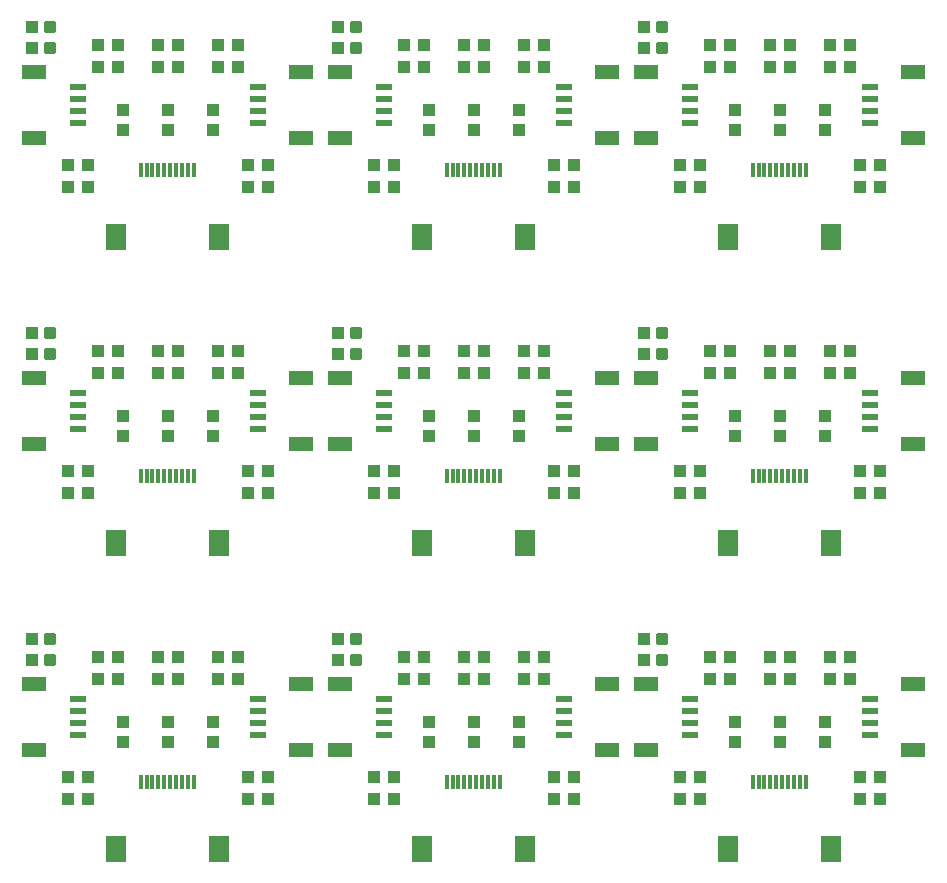
<source format=gtp>
G75*
%MOIN*%
%OFA0B0*%
%FSLAX25Y25*%
%IPPOS*%
%LPD*%
%AMOC8*
5,1,8,0,0,1.08239X$1,22.5*
%
%ADD10R,0.04331X0.03937*%
%ADD11R,0.03937X0.04331*%
%ADD12R,0.07874X0.04724*%
%ADD13R,0.05315X0.02362*%
%ADD14R,0.01181X0.05118*%
%ADD15R,0.07087X0.08661*%
%ADD16C,0.01181*%
D10*
X0078154Y0085000D03*
X0084846Y0085000D03*
X0084846Y0092500D03*
X0078154Y0092500D03*
X0088154Y0125000D03*
X0094846Y0125000D03*
X0094846Y0132500D03*
X0088154Y0132500D03*
X0108154Y0132500D03*
X0114846Y0132500D03*
X0114846Y0125000D03*
X0108154Y0125000D03*
X0128154Y0125000D03*
X0134846Y0125000D03*
X0134846Y0132500D03*
X0128154Y0132500D03*
X0138154Y0092500D03*
X0144846Y0092500D03*
X0144846Y0085000D03*
X0138154Y0085000D03*
X0180154Y0085000D03*
X0186846Y0085000D03*
X0186846Y0092500D03*
X0180154Y0092500D03*
X0190154Y0125000D03*
X0196846Y0125000D03*
X0196846Y0132500D03*
X0190154Y0132500D03*
X0210154Y0132500D03*
X0216846Y0132500D03*
X0216846Y0125000D03*
X0210154Y0125000D03*
X0230154Y0125000D03*
X0236846Y0125000D03*
X0236846Y0132500D03*
X0230154Y0132500D03*
X0240154Y0092500D03*
X0246846Y0092500D03*
X0246846Y0085000D03*
X0240154Y0085000D03*
X0282154Y0085000D03*
X0282154Y0092500D03*
X0288846Y0092500D03*
X0288846Y0085000D03*
X0292154Y0125000D03*
X0298846Y0125000D03*
X0298846Y0132500D03*
X0292154Y0132500D03*
X0312154Y0132500D03*
X0318846Y0132500D03*
X0318846Y0125000D03*
X0312154Y0125000D03*
X0332154Y0125000D03*
X0338846Y0125000D03*
X0338846Y0132500D03*
X0332154Y0132500D03*
X0342154Y0092500D03*
X0342154Y0085000D03*
X0348846Y0085000D03*
X0348846Y0092500D03*
X0348846Y0187000D03*
X0348846Y0194500D03*
X0342154Y0194500D03*
X0342154Y0187000D03*
X0338846Y0227000D03*
X0332154Y0227000D03*
X0332154Y0234500D03*
X0338846Y0234500D03*
X0318846Y0234500D03*
X0312154Y0234500D03*
X0312154Y0227000D03*
X0318846Y0227000D03*
X0298846Y0227000D03*
X0292154Y0227000D03*
X0292154Y0234500D03*
X0298846Y0234500D03*
X0288846Y0194500D03*
X0288846Y0187000D03*
X0282154Y0187000D03*
X0282154Y0194500D03*
X0246846Y0194500D03*
X0240154Y0194500D03*
X0240154Y0187000D03*
X0246846Y0187000D03*
X0236846Y0227000D03*
X0230154Y0227000D03*
X0230154Y0234500D03*
X0236846Y0234500D03*
X0216846Y0234500D03*
X0210154Y0234500D03*
X0210154Y0227000D03*
X0216846Y0227000D03*
X0196846Y0227000D03*
X0190154Y0227000D03*
X0190154Y0234500D03*
X0196846Y0234500D03*
X0186846Y0194500D03*
X0180154Y0194500D03*
X0180154Y0187000D03*
X0186846Y0187000D03*
X0144846Y0187000D03*
X0138154Y0187000D03*
X0138154Y0194500D03*
X0144846Y0194500D03*
X0134846Y0227000D03*
X0128154Y0227000D03*
X0128154Y0234500D03*
X0134846Y0234500D03*
X0114846Y0234500D03*
X0108154Y0234500D03*
X0108154Y0227000D03*
X0114846Y0227000D03*
X0094846Y0227000D03*
X0088154Y0227000D03*
X0088154Y0234500D03*
X0094846Y0234500D03*
X0084846Y0194500D03*
X0078154Y0194500D03*
X0078154Y0187000D03*
X0084846Y0187000D03*
X0084846Y0289000D03*
X0078154Y0289000D03*
X0078154Y0296500D03*
X0084846Y0296500D03*
X0088154Y0329000D03*
X0094846Y0329000D03*
X0094846Y0336500D03*
X0088154Y0336500D03*
X0108154Y0336500D03*
X0114846Y0336500D03*
X0114846Y0329000D03*
X0108154Y0329000D03*
X0128154Y0329000D03*
X0134846Y0329000D03*
X0134846Y0336500D03*
X0128154Y0336500D03*
X0138154Y0296500D03*
X0144846Y0296500D03*
X0144846Y0289000D03*
X0138154Y0289000D03*
X0180154Y0289000D03*
X0186846Y0289000D03*
X0186846Y0296500D03*
X0180154Y0296500D03*
X0190154Y0329000D03*
X0196846Y0329000D03*
X0196846Y0336500D03*
X0190154Y0336500D03*
X0210154Y0336500D03*
X0216846Y0336500D03*
X0216846Y0329000D03*
X0210154Y0329000D03*
X0230154Y0329000D03*
X0236846Y0329000D03*
X0236846Y0336500D03*
X0230154Y0336500D03*
X0240154Y0296500D03*
X0246846Y0296500D03*
X0246846Y0289000D03*
X0240154Y0289000D03*
X0282154Y0289000D03*
X0288846Y0289000D03*
X0288846Y0296500D03*
X0282154Y0296500D03*
X0292154Y0329000D03*
X0298846Y0329000D03*
X0298846Y0336500D03*
X0292154Y0336500D03*
X0312154Y0336500D03*
X0318846Y0336500D03*
X0318846Y0329000D03*
X0312154Y0329000D03*
X0332154Y0329000D03*
X0338846Y0329000D03*
X0338846Y0336500D03*
X0332154Y0336500D03*
X0342154Y0296500D03*
X0348846Y0296500D03*
X0348846Y0289000D03*
X0342154Y0289000D03*
D11*
X0330500Y0308154D03*
X0330500Y0314846D03*
X0315500Y0314846D03*
X0315500Y0308154D03*
X0300500Y0308154D03*
X0300500Y0314846D03*
X0270224Y0335594D03*
X0270224Y0342287D03*
X0228500Y0314846D03*
X0228500Y0308154D03*
X0213500Y0308154D03*
X0213500Y0314846D03*
X0198500Y0314846D03*
X0198500Y0308154D03*
X0168224Y0335594D03*
X0168224Y0342287D03*
X0126500Y0314846D03*
X0126500Y0308154D03*
X0111500Y0308154D03*
X0111500Y0314846D03*
X0096500Y0314846D03*
X0096500Y0308154D03*
X0066224Y0335594D03*
X0066224Y0342287D03*
X0066224Y0240287D03*
X0066224Y0233594D03*
X0096500Y0212846D03*
X0096500Y0206154D03*
X0111500Y0206154D03*
X0111500Y0212846D03*
X0126500Y0212846D03*
X0126500Y0206154D03*
X0168224Y0233594D03*
X0168224Y0240287D03*
X0198500Y0212846D03*
X0198500Y0206154D03*
X0213500Y0206154D03*
X0213500Y0212846D03*
X0228500Y0212846D03*
X0228500Y0206154D03*
X0270224Y0233594D03*
X0270224Y0240287D03*
X0300500Y0212846D03*
X0300500Y0206154D03*
X0315500Y0206154D03*
X0315500Y0212846D03*
X0330500Y0212846D03*
X0330500Y0206154D03*
X0270224Y0138287D03*
X0270224Y0131594D03*
X0300500Y0110846D03*
X0300500Y0104154D03*
X0315500Y0104154D03*
X0315500Y0110846D03*
X0330500Y0110846D03*
X0330500Y0104154D03*
X0228500Y0104154D03*
X0228500Y0110846D03*
X0213500Y0110846D03*
X0213500Y0104154D03*
X0198500Y0104154D03*
X0198500Y0110846D03*
X0168224Y0131594D03*
X0168224Y0138287D03*
X0126500Y0110846D03*
X0126500Y0104154D03*
X0111500Y0104154D03*
X0111500Y0110846D03*
X0096500Y0110846D03*
X0096500Y0104154D03*
X0066224Y0131594D03*
X0066224Y0138287D03*
D12*
X0067031Y0123524D03*
X0067031Y0101476D03*
X0155969Y0101476D03*
X0169031Y0101476D03*
X0169031Y0123524D03*
X0155969Y0123524D03*
X0155969Y0203476D03*
X0169031Y0203476D03*
X0169031Y0225524D03*
X0155969Y0225524D03*
X0155969Y0305476D03*
X0169031Y0305476D03*
X0169031Y0327524D03*
X0155969Y0327524D03*
X0067031Y0327524D03*
X0067031Y0305476D03*
X0067031Y0225524D03*
X0067031Y0203476D03*
X0257969Y0203476D03*
X0271031Y0203476D03*
X0271031Y0225524D03*
X0257969Y0225524D03*
X0257969Y0305476D03*
X0271031Y0305476D03*
X0271031Y0327524D03*
X0257969Y0327524D03*
X0359969Y0327524D03*
X0359969Y0305476D03*
X0359969Y0225524D03*
X0359969Y0203476D03*
X0359969Y0123524D03*
X0359969Y0101476D03*
X0271031Y0101476D03*
X0257969Y0101476D03*
X0257969Y0123524D03*
X0271031Y0123524D03*
D13*
X0285500Y0118406D03*
X0285500Y0114469D03*
X0285500Y0110531D03*
X0285500Y0106594D03*
X0243500Y0106594D03*
X0243500Y0110531D03*
X0243500Y0114469D03*
X0243500Y0118406D03*
X0183500Y0118406D03*
X0183500Y0114469D03*
X0183500Y0110531D03*
X0183500Y0106594D03*
X0141500Y0106594D03*
X0141500Y0110531D03*
X0141500Y0114469D03*
X0141500Y0118406D03*
X0081500Y0118406D03*
X0081500Y0114469D03*
X0081500Y0110531D03*
X0081500Y0106594D03*
X0081500Y0208594D03*
X0081500Y0212531D03*
X0081500Y0216469D03*
X0081500Y0220406D03*
X0141500Y0220406D03*
X0141500Y0216469D03*
X0141500Y0212531D03*
X0141500Y0208594D03*
X0183500Y0208594D03*
X0183500Y0212531D03*
X0183500Y0216469D03*
X0183500Y0220406D03*
X0243500Y0220406D03*
X0243500Y0216469D03*
X0243500Y0212531D03*
X0243500Y0208594D03*
X0285500Y0208594D03*
X0285500Y0212531D03*
X0285500Y0216469D03*
X0285500Y0220406D03*
X0345500Y0220406D03*
X0345500Y0216469D03*
X0345500Y0212531D03*
X0345500Y0208594D03*
X0345500Y0118406D03*
X0345500Y0114469D03*
X0345500Y0110531D03*
X0345500Y0106594D03*
X0345500Y0310594D03*
X0345500Y0314531D03*
X0345500Y0318469D03*
X0345500Y0322406D03*
X0285500Y0322406D03*
X0285500Y0318469D03*
X0285500Y0314531D03*
X0285500Y0310594D03*
X0243500Y0310594D03*
X0243500Y0314531D03*
X0243500Y0318469D03*
X0243500Y0322406D03*
X0183500Y0322406D03*
X0183500Y0318469D03*
X0183500Y0314531D03*
X0183500Y0310594D03*
X0141500Y0310594D03*
X0141500Y0314531D03*
X0141500Y0318469D03*
X0141500Y0322406D03*
X0081500Y0322406D03*
X0081500Y0318469D03*
X0081500Y0314531D03*
X0081500Y0310594D03*
D14*
X0102445Y0294886D03*
X0104413Y0294886D03*
X0106382Y0294886D03*
X0108350Y0294886D03*
X0110319Y0294886D03*
X0112287Y0294886D03*
X0114256Y0294886D03*
X0116224Y0294886D03*
X0118193Y0294886D03*
X0120161Y0294886D03*
X0204445Y0294886D03*
X0206413Y0294886D03*
X0208382Y0294886D03*
X0210350Y0294886D03*
X0212319Y0294886D03*
X0214287Y0294886D03*
X0216256Y0294886D03*
X0218224Y0294886D03*
X0220193Y0294886D03*
X0222161Y0294886D03*
X0306445Y0294886D03*
X0308413Y0294886D03*
X0310382Y0294886D03*
X0312350Y0294886D03*
X0314319Y0294886D03*
X0316287Y0294886D03*
X0318256Y0294886D03*
X0320224Y0294886D03*
X0322193Y0294886D03*
X0324161Y0294886D03*
X0324161Y0192886D03*
X0322193Y0192886D03*
X0320224Y0192886D03*
X0318256Y0192886D03*
X0316287Y0192886D03*
X0314319Y0192886D03*
X0312350Y0192886D03*
X0310382Y0192886D03*
X0308413Y0192886D03*
X0306445Y0192886D03*
X0222161Y0192886D03*
X0220193Y0192886D03*
X0218224Y0192886D03*
X0216256Y0192886D03*
X0214287Y0192886D03*
X0212319Y0192886D03*
X0210350Y0192886D03*
X0208382Y0192886D03*
X0206413Y0192886D03*
X0204445Y0192886D03*
X0120161Y0192886D03*
X0118193Y0192886D03*
X0116224Y0192886D03*
X0114256Y0192886D03*
X0112287Y0192886D03*
X0110319Y0192886D03*
X0108350Y0192886D03*
X0106382Y0192886D03*
X0104413Y0192886D03*
X0102445Y0192886D03*
X0102445Y0090886D03*
X0104413Y0090886D03*
X0106382Y0090886D03*
X0108350Y0090886D03*
X0110319Y0090886D03*
X0112287Y0090886D03*
X0114256Y0090886D03*
X0116224Y0090886D03*
X0118193Y0090886D03*
X0120161Y0090886D03*
X0204445Y0090886D03*
X0206413Y0090886D03*
X0208382Y0090886D03*
X0210350Y0090886D03*
X0212319Y0090886D03*
X0214287Y0090886D03*
X0216256Y0090886D03*
X0218224Y0090886D03*
X0220193Y0090886D03*
X0222161Y0090886D03*
X0306445Y0090886D03*
X0308413Y0090886D03*
X0310382Y0090886D03*
X0312350Y0090886D03*
X0314319Y0090886D03*
X0316287Y0090886D03*
X0318256Y0090886D03*
X0320224Y0090886D03*
X0322193Y0090886D03*
X0324161Y0090886D03*
D15*
X0332429Y0068445D03*
X0298177Y0068445D03*
X0230429Y0068445D03*
X0196177Y0068445D03*
X0128429Y0068445D03*
X0094177Y0068445D03*
X0094177Y0170445D03*
X0128429Y0170445D03*
X0196177Y0170445D03*
X0230429Y0170445D03*
X0298177Y0170445D03*
X0332429Y0170445D03*
X0332429Y0272445D03*
X0298177Y0272445D03*
X0230429Y0272445D03*
X0196177Y0272445D03*
X0128429Y0272445D03*
X0094177Y0272445D03*
D16*
X0073508Y0241772D02*
X0070752Y0241772D01*
X0073508Y0241772D02*
X0073508Y0239016D01*
X0070752Y0239016D01*
X0070752Y0241772D01*
X0070752Y0240196D02*
X0073508Y0240196D01*
X0073508Y0241376D02*
X0070752Y0241376D01*
X0070752Y0234866D02*
X0073508Y0234866D01*
X0073508Y0232110D01*
X0070752Y0232110D01*
X0070752Y0234866D01*
X0070752Y0233290D02*
X0073508Y0233290D01*
X0073508Y0234470D02*
X0070752Y0234470D01*
X0070752Y0139772D02*
X0073508Y0139772D01*
X0073508Y0137016D01*
X0070752Y0137016D01*
X0070752Y0139772D01*
X0070752Y0138196D02*
X0073508Y0138196D01*
X0073508Y0139376D02*
X0070752Y0139376D01*
X0070752Y0132866D02*
X0073508Y0132866D01*
X0073508Y0130110D01*
X0070752Y0130110D01*
X0070752Y0132866D01*
X0070752Y0131290D02*
X0073508Y0131290D01*
X0073508Y0132470D02*
X0070752Y0132470D01*
X0172752Y0132866D02*
X0175508Y0132866D01*
X0175508Y0130110D01*
X0172752Y0130110D01*
X0172752Y0132866D01*
X0172752Y0131290D02*
X0175508Y0131290D01*
X0175508Y0132470D02*
X0172752Y0132470D01*
X0172752Y0139772D02*
X0175508Y0139772D01*
X0175508Y0137016D01*
X0172752Y0137016D01*
X0172752Y0139772D01*
X0172752Y0138196D02*
X0175508Y0138196D01*
X0175508Y0139376D02*
X0172752Y0139376D01*
X0172752Y0234866D02*
X0175508Y0234866D01*
X0175508Y0232110D01*
X0172752Y0232110D01*
X0172752Y0234866D01*
X0172752Y0233290D02*
X0175508Y0233290D01*
X0175508Y0234470D02*
X0172752Y0234470D01*
X0172752Y0241772D02*
X0175508Y0241772D01*
X0175508Y0239016D01*
X0172752Y0239016D01*
X0172752Y0241772D01*
X0172752Y0240196D02*
X0175508Y0240196D01*
X0175508Y0241376D02*
X0172752Y0241376D01*
X0172752Y0336866D02*
X0175508Y0336866D01*
X0175508Y0334110D01*
X0172752Y0334110D01*
X0172752Y0336866D01*
X0172752Y0335290D02*
X0175508Y0335290D01*
X0175508Y0336470D02*
X0172752Y0336470D01*
X0172752Y0343772D02*
X0175508Y0343772D01*
X0175508Y0341016D01*
X0172752Y0341016D01*
X0172752Y0343772D01*
X0172752Y0342196D02*
X0175508Y0342196D01*
X0175508Y0343376D02*
X0172752Y0343376D01*
X0073508Y0343772D02*
X0070752Y0343772D01*
X0073508Y0343772D02*
X0073508Y0341016D01*
X0070752Y0341016D01*
X0070752Y0343772D01*
X0070752Y0342196D02*
X0073508Y0342196D01*
X0073508Y0343376D02*
X0070752Y0343376D01*
X0070752Y0336866D02*
X0073508Y0336866D01*
X0073508Y0334110D01*
X0070752Y0334110D01*
X0070752Y0336866D01*
X0070752Y0335290D02*
X0073508Y0335290D01*
X0073508Y0336470D02*
X0070752Y0336470D01*
X0274752Y0336866D02*
X0277508Y0336866D01*
X0277508Y0334110D01*
X0274752Y0334110D01*
X0274752Y0336866D01*
X0274752Y0335290D02*
X0277508Y0335290D01*
X0277508Y0336470D02*
X0274752Y0336470D01*
X0274752Y0343772D02*
X0277508Y0343772D01*
X0277508Y0341016D01*
X0274752Y0341016D01*
X0274752Y0343772D01*
X0274752Y0342196D02*
X0277508Y0342196D01*
X0277508Y0343376D02*
X0274752Y0343376D01*
X0274752Y0241772D02*
X0277508Y0241772D01*
X0277508Y0239016D01*
X0274752Y0239016D01*
X0274752Y0241772D01*
X0274752Y0240196D02*
X0277508Y0240196D01*
X0277508Y0241376D02*
X0274752Y0241376D01*
X0274752Y0234866D02*
X0277508Y0234866D01*
X0277508Y0232110D01*
X0274752Y0232110D01*
X0274752Y0234866D01*
X0274752Y0233290D02*
X0277508Y0233290D01*
X0277508Y0234470D02*
X0274752Y0234470D01*
X0274752Y0139772D02*
X0277508Y0139772D01*
X0277508Y0137016D01*
X0274752Y0137016D01*
X0274752Y0139772D01*
X0274752Y0138196D02*
X0277508Y0138196D01*
X0277508Y0139376D02*
X0274752Y0139376D01*
X0274752Y0132866D02*
X0277508Y0132866D01*
X0277508Y0130110D01*
X0274752Y0130110D01*
X0274752Y0132866D01*
X0274752Y0131290D02*
X0277508Y0131290D01*
X0277508Y0132470D02*
X0274752Y0132470D01*
M02*

</source>
